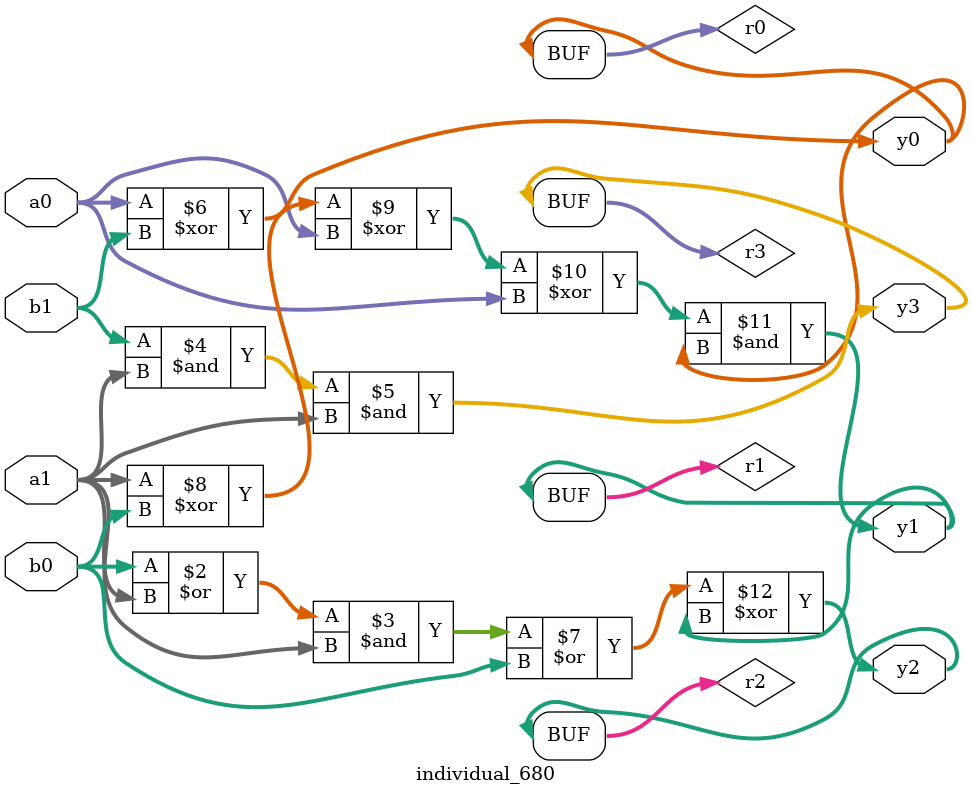
<source format=sv>
module individual_680(input logic [15:0] a1, input logic [15:0] a0, input logic [15:0] b1, input logic [15:0] b0, output logic [15:0] y3, output logic [15:0] y2, output logic [15:0] y1, output logic [15:0] y0);
logic [15:0] r0, r1, r2, r3; 
 always@(*) begin 
	 r0 = a0; r1 = a1; r2 = b0; r3 = b1; 
 	 r2  |=  a1 ;
 	 r2  &=  r1 ;
 	 r3  &=  r1 ;
 	 r3  &=  a1 ;
 	 r0  ^=  b1 ;
 	 r2  |=  b0 ;
 	 r1  ^=  b0 ;
 	 r1  ^=  a0 ;
 	 r1  ^=  a0 ;
 	 r1  &=  r0 ;
 	 r2  ^=  r1 ;
 	 y3 = r3; y2 = r2; y1 = r1; y0 = r0; 
end
endmodule
</source>
